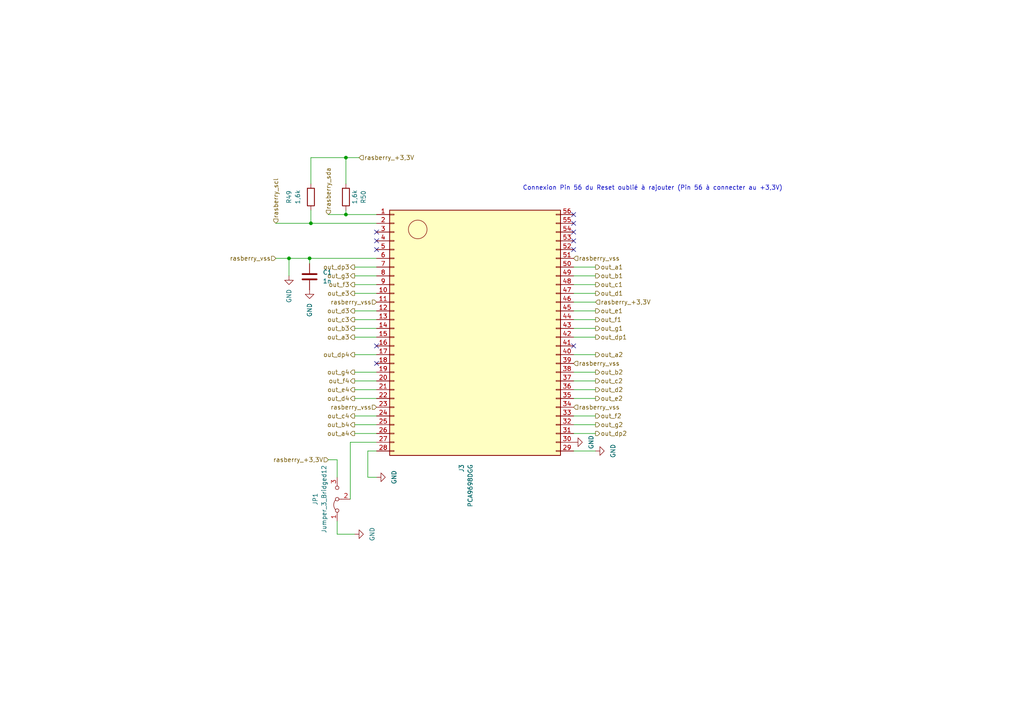
<source format=kicad_sch>
(kicad_sch (version 20230121) (generator eeschema)

  (uuid 06e50d36-3774-445a-871d-4729a595fbe2)

  (paper "A4")

  (lib_symbols
    (symbol "Connector_Generic_MountingPin:Conn_02x28_Row_Letter_First_MountingPin" (pin_names (offset 1.016) hide) (in_bom yes) (on_board yes)
      (property "Reference" "J3" (at 19.558 -39.37 90)
        (effects (font (size 1.27 1.27)) (justify right))
      )
      (property "Value" "PCA9698DGG" (at 22.098 -39.37 90)
        (effects (font (size 1.27 1.27)) (justify right))
      )
      (property "Footprint" "Package_SO:TSSOP-56_8x14mm_P0.5mm" (at 21.844 -0.254 0)
        (effects (font (size 1.27 1.27)) hide)
      )
      (property "Datasheet" "~" (at 0 0 0)
        (effects (font (size 1.27 1.27)) hide)
      )
      (property "ki_keywords" "connector" (at 0 0 0)
        (effects (font (size 1.27 1.27)) hide)
      )
      (property "ki_description" "Generic connectable mounting pin connector, double row, 02x28, row letter first pin numbering scheme (pin number consists of a letter for the row and a number for the pin index in this row. a1, ..., aN; b1, ..., bN), script generated (kicad-library-utils/schlib/autogen/connector/)" (at 0 0 0)
        (effects (font (size 1.27 1.27)) hide)
      )
      (property "ki_fp_filters" "Connector*:*_2x??-1MP*" (at 0 0 0)
        (effects (font (size 1.27 1.27)) hide)
      )
      (symbol "Conn_02x28_Row_Letter_First_MountingPin_1_1"
        (rectangle (start -1.27 -35.433) (end 0 -35.687)
          (stroke (width 0.1524) (type default))
          (fill (type none))
        )
        (rectangle (start -1.27 -32.893) (end 0 -33.147)
          (stroke (width 0.1524) (type default))
          (fill (type none))
        )
        (rectangle (start -1.27 -30.353) (end 0 -30.607)
          (stroke (width 0.1524) (type default))
          (fill (type none))
        )
        (rectangle (start -1.27 -27.813) (end 0 -28.067)
          (stroke (width 0.1524) (type default))
          (fill (type none))
        )
        (rectangle (start -1.27 -25.273) (end 0 -25.527)
          (stroke (width 0.1524) (type default))
          (fill (type none))
        )
        (rectangle (start -1.27 -22.733) (end 0 -22.987)
          (stroke (width 0.1524) (type default))
          (fill (type none))
        )
        (rectangle (start -1.27 -20.193) (end 0 -20.447)
          (stroke (width 0.1524) (type default))
          (fill (type none))
        )
        (rectangle (start -1.27 -17.653) (end 0 -17.907)
          (stroke (width 0.1524) (type default))
          (fill (type none))
        )
        (rectangle (start -1.27 -15.113) (end 0 -15.367)
          (stroke (width 0.1524) (type default))
          (fill (type none))
        )
        (rectangle (start -1.27 -12.573) (end 0 -12.827)
          (stroke (width 0.1524) (type default))
          (fill (type none))
        )
        (rectangle (start -1.27 -10.033) (end 0 -10.287)
          (stroke (width 0.1524) (type default))
          (fill (type none))
        )
        (rectangle (start -1.27 -7.493) (end 0 -7.747)
          (stroke (width 0.1524) (type default))
          (fill (type none))
        )
        (rectangle (start -1.27 -4.953) (end 0 -5.207)
          (stroke (width 0.1524) (type default))
          (fill (type none))
        )
        (rectangle (start -1.27 -2.413) (end 0 -2.667)
          (stroke (width 0.1524) (type default))
          (fill (type none))
        )
        (rectangle (start -1.27 0.127) (end 0 -0.127)
          (stroke (width 0.1524) (type default))
          (fill (type none))
        )
        (rectangle (start -1.27 2.667) (end 0 2.413)
          (stroke (width 0.1524) (type default))
          (fill (type none))
        )
        (rectangle (start -1.27 5.207) (end 0 4.953)
          (stroke (width 0.1524) (type default))
          (fill (type none))
        )
        (rectangle (start -1.27 7.747) (end 0 7.493)
          (stroke (width 0.1524) (type default))
          (fill (type none))
        )
        (rectangle (start -1.27 10.287) (end 0 10.033)
          (stroke (width 0.1524) (type default))
          (fill (type none))
        )
        (rectangle (start -1.27 12.827) (end 0 12.573)
          (stroke (width 0.1524) (type default))
          (fill (type none))
        )
        (rectangle (start -1.27 15.367) (end 0 15.113)
          (stroke (width 0.1524) (type default))
          (fill (type none))
        )
        (rectangle (start -1.27 17.907) (end 0 17.653)
          (stroke (width 0.1524) (type default))
          (fill (type none))
        )
        (rectangle (start -1.27 20.447) (end 0 20.193)
          (stroke (width 0.1524) (type default))
          (fill (type none))
        )
        (rectangle (start -1.27 22.987) (end 0 22.733)
          (stroke (width 0.1524) (type default))
          (fill (type none))
        )
        (rectangle (start -1.27 25.527) (end 0 25.273)
          (stroke (width 0.1524) (type default))
          (fill (type none))
        )
        (rectangle (start -1.27 28.067) (end 0 27.813)
          (stroke (width 0.1524) (type default))
          (fill (type none))
        )
        (rectangle (start -1.27 30.607) (end 0 30.353)
          (stroke (width 0.1524) (type default))
          (fill (type none))
        )
        (rectangle (start -1.27 33.147) (end 0 32.893)
          (stroke (width 0.1524) (type default))
          (fill (type none))
        )
        (rectangle (start -1.27 34.29) (end 48.26 -36.83)
          (stroke (width 0.254) (type default))
          (fill (type background))
        )
        (circle (center 6.858 28.702) (radius 2.7001)
          (stroke (width 0) (type default))
          (fill (type none))
        )
        (rectangle (start 48.26 -35.433) (end 46.99 -35.687)
          (stroke (width 0.1524) (type default))
          (fill (type none))
        )
        (rectangle (start 48.26 -32.893) (end 46.99 -33.147)
          (stroke (width 0.1524) (type default))
          (fill (type none))
        )
        (rectangle (start 48.26 -30.353) (end 46.99 -30.607)
          (stroke (width 0.1524) (type default))
          (fill (type none))
        )
        (rectangle (start 48.26 -27.813) (end 46.99 -28.067)
          (stroke (width 0.1524) (type default))
          (fill (type none))
        )
        (rectangle (start 48.26 -25.273) (end 46.99 -25.527)
          (stroke (width 0.1524) (type default))
          (fill (type none))
        )
        (rectangle (start 48.26 -22.733) (end 46.99 -22.987)
          (stroke (width 0.1524) (type default))
          (fill (type none))
        )
        (rectangle (start 48.26 -20.193) (end 46.99 -20.447)
          (stroke (width 0.1524) (type default))
          (fill (type none))
        )
        (rectangle (start 48.26 -17.653) (end 46.99 -17.907)
          (stroke (width 0.1524) (type default))
          (fill (type none))
        )
        (rectangle (start 48.26 -15.113) (end 46.99 -15.367)
          (stroke (width 0.1524) (type default))
          (fill (type none))
        )
        (rectangle (start 48.26 -12.573) (end 46.99 -12.827)
          (stroke (width 0.1524) (type default))
          (fill (type none))
        )
        (rectangle (start 48.26 -10.033) (end 46.99 -10.287)
          (stroke (width 0.1524) (type default))
          (fill (type none))
        )
        (rectangle (start 48.26 -7.493) (end 46.99 -7.747)
          (stroke (width 0.1524) (type default))
          (fill (type none))
        )
        (rectangle (start 48.26 -4.953) (end 46.99 -5.207)
          (stroke (width 0.1524) (type default))
          (fill (type none))
        )
        (rectangle (start 48.26 -2.413) (end 46.99 -2.667)
          (stroke (width 0.1524) (type default))
          (fill (type none))
        )
        (rectangle (start 48.26 0.127) (end 46.99 -0.127)
          (stroke (width 0.1524) (type default))
          (fill (type none))
        )
        (rectangle (start 48.26 2.667) (end 46.99 2.413)
          (stroke (width 0.1524) (type default))
          (fill (type none))
        )
        (rectangle (start 48.26 5.207) (end 46.99 4.953)
          (stroke (width 0.1524) (type default))
          (fill (type none))
        )
        (rectangle (start 48.26 7.747) (end 46.99 7.493)
          (stroke (width 0.1524) (type default))
          (fill (type none))
        )
        (rectangle (start 48.26 10.287) (end 46.99 10.033)
          (stroke (width 0.1524) (type default))
          (fill (type none))
        )
        (rectangle (start 48.26 12.827) (end 46.99 12.573)
          (stroke (width 0.1524) (type default))
          (fill (type none))
        )
        (rectangle (start 48.26 15.367) (end 46.99 15.113)
          (stroke (width 0.1524) (type default))
          (fill (type none))
        )
        (rectangle (start 48.26 17.907) (end 46.99 17.653)
          (stroke (width 0.1524) (type default))
          (fill (type none))
        )
        (rectangle (start 48.26 20.447) (end 46.99 20.193)
          (stroke (width 0.1524) (type default))
          (fill (type none))
        )
        (rectangle (start 48.26 22.987) (end 46.99 22.733)
          (stroke (width 0.1524) (type default))
          (fill (type none))
        )
        (rectangle (start 48.26 25.527) (end 46.99 25.273)
          (stroke (width 0.1524) (type default))
          (fill (type none))
        )
        (rectangle (start 48.26 28.067) (end 46.99 27.813)
          (stroke (width 0.1524) (type default))
          (fill (type none))
        )
        (rectangle (start 48.26 30.607) (end 46.99 30.353)
          (stroke (width 0.1524) (type default))
          (fill (type none))
        )
        (rectangle (start 48.26 33.147) (end 46.99 32.893)
          (stroke (width 0.1524) (type default))
          (fill (type none))
        )
        (pin passive line (at -5.08 33.02 0) (length 3.81)
          (name "Pin_a1" (effects (font (size 1.27 1.27))))
          (number "1" (effects (font (size 1.27 1.27))))
        )
        (pin passive line (at -5.08 10.16 0) (length 3.81)
          (name "Pin_a10" (effects (font (size 1.27 1.27))))
          (number "10" (effects (font (size 1.27 1.27))))
        )
        (pin passive line (at -5.08 7.62 0) (length 3.81)
          (name "Pin_a11" (effects (font (size 1.27 1.27))))
          (number "11" (effects (font (size 1.27 1.27))))
        )
        (pin passive line (at -5.08 5.08 0) (length 3.81)
          (name "Pin_a12" (effects (font (size 1.27 1.27))))
          (number "12" (effects (font (size 1.27 1.27))))
        )
        (pin passive line (at -5.08 2.54 0) (length 3.81)
          (name "Pin_a13" (effects (font (size 1.27 1.27))))
          (number "13" (effects (font (size 1.27 1.27))))
        )
        (pin passive line (at -5.08 0 0) (length 3.81)
          (name "Pin_a14" (effects (font (size 1.27 1.27))))
          (number "14" (effects (font (size 1.27 1.27))))
        )
        (pin passive line (at -5.08 -2.54 0) (length 3.81)
          (name "Pin_a15" (effects (font (size 1.27 1.27))))
          (number "15" (effects (font (size 1.27 1.27))))
        )
        (pin passive line (at -5.08 -5.08 0) (length 3.81)
          (name "Pin_a16" (effects (font (size 1.27 1.27))))
          (number "16" (effects (font (size 1.27 1.27))))
        )
        (pin passive line (at -5.08 -7.62 0) (length 3.81)
          (name "Pin_a17" (effects (font (size 1.27 1.27))))
          (number "17" (effects (font (size 1.27 1.27))))
        )
        (pin passive line (at -5.08 -10.16 0) (length 3.81)
          (name "Pin_a18" (effects (font (size 1.27 1.27))))
          (number "18" (effects (font (size 1.27 1.27))))
        )
        (pin passive line (at -5.08 -12.7 0) (length 3.81)
          (name "Pin_a19" (effects (font (size 1.27 1.27))))
          (number "19" (effects (font (size 1.27 1.27))))
        )
        (pin passive line (at -5.08 30.48 0) (length 3.81)
          (name "Pin_a2" (effects (font (size 1.27 1.27))))
          (number "2" (effects (font (size 1.27 1.27))))
        )
        (pin passive line (at -5.08 -15.24 0) (length 3.81)
          (name "Pin_a20" (effects (font (size 1.27 1.27))))
          (number "20" (effects (font (size 1.27 1.27))))
        )
        (pin passive line (at -5.08 -17.78 0) (length 3.81)
          (name "Pin_a21" (effects (font (size 1.27 1.27))))
          (number "21" (effects (font (size 1.27 1.27))))
        )
        (pin passive line (at -5.08 -20.32 0) (length 3.81)
          (name "Pin_a22" (effects (font (size 1.27 1.27))))
          (number "22" (effects (font (size 1.27 1.27))))
        )
        (pin passive line (at -5.08 -22.86 0) (length 3.81)
          (name "Pin_a23" (effects (font (size 1.27 1.27))))
          (number "23" (effects (font (size 1.27 1.27))))
        )
        (pin passive line (at -5.08 -25.4 0) (length 3.81)
          (name "Pin_a24" (effects (font (size 1.27 1.27))))
          (number "24" (effects (font (size 1.27 1.27))))
        )
        (pin passive line (at -5.08 -27.94 0) (length 3.81)
          (name "Pin_a25" (effects (font (size 1.27 1.27))))
          (number "25" (effects (font (size 1.27 1.27))))
        )
        (pin passive line (at -5.08 -30.48 0) (length 3.81)
          (name "Pin_a26" (effects (font (size 1.27 1.27))))
          (number "26" (effects (font (size 1.27 1.27))))
        )
        (pin passive line (at -5.08 -33.02 0) (length 3.81)
          (name "Pin_a27" (effects (font (size 1.27 1.27))))
          (number "27" (effects (font (size 1.27 1.27))))
        )
        (pin passive line (at -5.08 -35.56 0) (length 3.81)
          (name "Pin_a28" (effects (font (size 1.27 1.27))))
          (number "28" (effects (font (size 1.27 1.27))))
        )
        (pin passive line (at 52.07 -35.56 180) (length 3.81)
          (name "Pin_b28" (effects (font (size 1.27 1.27))))
          (number "29" (effects (font (size 1.27 1.27))))
        )
        (pin passive line (at -5.08 27.94 0) (length 3.81)
          (name "Pin_a3" (effects (font (size 1.27 1.27))))
          (number "3" (effects (font (size 1.27 1.27))))
        )
        (pin passive line (at 52.07 -33.02 180) (length 3.81)
          (name "Pin_b27" (effects (font (size 1.27 1.27))))
          (number "30" (effects (font (size 1.27 1.27))))
        )
        (pin passive line (at 52.07 -30.48 180) (length 3.81)
          (name "Pin_b26" (effects (font (size 1.27 1.27))))
          (number "31" (effects (font (size 1.27 1.27))))
        )
        (pin passive line (at 52.07 -27.94 180) (length 3.81)
          (name "Pin_b25" (effects (font (size 1.27 1.27))))
          (number "32" (effects (font (size 1.27 1.27))))
        )
        (pin passive line (at 52.07 -25.4 180) (length 3.81)
          (name "Pin_b24" (effects (font (size 1.27 1.27))))
          (number "33" (effects (font (size 1.27 1.27))))
        )
        (pin passive line (at 52.07 -22.86 180) (length 3.81)
          (name "Pin_b23" (effects (font (size 1.27 1.27))))
          (number "34" (effects (font (size 1.27 1.27))))
        )
        (pin passive line (at 52.07 -20.32 180) (length 3.81)
          (name "Pin_b22" (effects (font (size 1.27 1.27))))
          (number "35" (effects (font (size 1.27 1.27))))
        )
        (pin passive line (at 52.07 -17.78 180) (length 3.81)
          (name "Pin_b21" (effects (font (size 1.27 1.27))))
          (number "36" (effects (font (size 1.27 1.27))))
        )
        (pin passive line (at 52.07 -15.24 180) (length 3.81)
          (name "Pin_b20" (effects (font (size 1.27 1.27))))
          (number "37" (effects (font (size 1.27 1.27))))
        )
        (pin passive line (at 52.07 -12.7 180) (length 3.81)
          (name "Pin_b19" (effects (font (size 1.27 1.27))))
          (number "38" (effects (font (size 1.27 1.27))))
        )
        (pin passive line (at 52.07 -10.16 180) (length 3.81)
          (name "Pin_b18" (effects (font (size 1.27 1.27))))
          (number "39" (effects (font (size 1.27 1.27))))
        )
        (pin passive line (at -5.08 25.4 0) (length 3.81)
          (name "Pin_a4" (effects (font (size 1.27 1.27))))
          (number "4" (effects (font (size 1.27 1.27))))
        )
        (pin passive line (at 52.07 -7.62 180) (length 3.81)
          (name "Pin_b17" (effects (font (size 1.27 1.27))))
          (number "40" (effects (font (size 1.27 1.27))))
        )
        (pin passive line (at 52.07 -5.08 180) (length 3.81)
          (name "Pin_b16" (effects (font (size 1.27 1.27))))
          (number "41" (effects (font (size 1.27 1.27))))
        )
        (pin passive line (at 52.07 -2.54 180) (length 3.81)
          (name "Pin_b15" (effects (font (size 1.27 1.27))))
          (number "42" (effects (font (size 1.27 1.27))))
        )
        (pin passive line (at 52.07 0 180) (length 3.81)
          (name "Pin_b14" (effects (font (size 1.27 1.27))))
          (number "43" (effects (font (size 1.27 1.27))))
        )
        (pin passive line (at 52.07 2.54 180) (length 3.81)
          (name "Pin_b13" (effects (font (size 1.27 1.27))))
          (number "44" (effects (font (size 1.27 1.27))))
        )
        (pin passive line (at 52.07 5.08 180) (length 3.81)
          (name "Pin_b12" (effects (font (size 1.27 1.27))))
          (number "45" (effects (font (size 1.27 1.27))))
        )
        (pin passive line (at 52.07 7.62 180) (length 3.81)
          (name "Pin_b11" (effects (font (size 1.27 1.27))))
          (number "46" (effects (font (size 1.27 1.27))))
        )
        (pin passive line (at 52.07 10.16 180) (length 3.81)
          (name "Pin_b10" (effects (font (size 1.27 1.27))))
          (number "47" (effects (font (size 1.27 1.27))))
        )
        (pin passive line (at 52.07 12.7 180) (length 3.81)
          (name "Pin_b9" (effects (font (size 1.27 1.27))))
          (number "48" (effects (font (size 1.27 1.27))))
        )
        (pin passive line (at 52.07 15.24 180) (length 3.81)
          (name "Pin_b8" (effects (font (size 1.27 1.27))))
          (number "49" (effects (font (size 1.27 1.27))))
        )
        (pin passive line (at -5.08 22.86 0) (length 3.81)
          (name "Pin_a5" (effects (font (size 1.27 1.27))))
          (number "5" (effects (font (size 1.27 1.27))))
        )
        (pin passive line (at 52.07 17.78 180) (length 3.81)
          (name "Pin_b7" (effects (font (size 1.27 1.27))))
          (number "50" (effects (font (size 1.27 1.27))))
        )
        (pin passive line (at 52.07 20.32 180) (length 3.81)
          (name "Pin_b6" (effects (font (size 1.27 1.27))))
          (number "51" (effects (font (size 1.27 1.27))))
        )
        (pin passive line (at 52.07 22.86 180) (length 3.81)
          (name "Pin_b5" (effects (font (size 1.27 1.27))))
          (number "52" (effects (font (size 1.27 1.27))))
        )
        (pin passive line (at 52.07 25.4 180) (length 3.81)
          (name "Pin_b4" (effects (font (size 1.27 1.27))))
          (number "53" (effects (font (size 1.27 1.27))))
        )
        (pin passive line (at 52.07 27.94 180) (length 3.81)
          (name "Pin_b3" (effects (font (size 1.27 1.27))))
          (number "54" (effects (font (size 1.27 1.27))))
        )
        (pin passive line (at 52.07 30.48 180) (length 3.81)
          (name "Pin_b2" (effects (font (size 1.27 1.27))))
          (number "55" (effects (font (size 1.27 1.27))))
        )
        (pin passive line (at 52.07 33.02 180) (length 3.81)
          (name "Pin_b1" (effects (font (size 1.27 1.27))))
          (number "56" (effects (font (size 1.27 1.27))))
        )
        (pin passive line (at -5.08 20.32 0) (length 3.81)
          (name "Pin_a6" (effects (font (size 1.27 1.27))))
          (number "6" (effects (font (size 1.27 1.27))))
        )
        (pin passive line (at -5.08 17.78 0) (length 3.81)
          (name "Pin_a7" (effects (font (size 1.27 1.27))))
          (number "7" (effects (font (size 1.27 1.27))))
        )
        (pin passive line (at -5.08 15.24 0) (length 3.81)
          (name "Pin_a8" (effects (font (size 1.27 1.27))))
          (number "8" (effects (font (size 1.27 1.27))))
        )
        (pin passive line (at -5.08 12.7 0) (length 3.81)
          (name "Pin_a9" (effects (font (size 1.27 1.27))))
          (number "9" (effects (font (size 1.27 1.27))))
        )
      )
    )
    (symbol "Device:C" (pin_numbers hide) (pin_names (offset 0.254)) (in_bom yes) (on_board yes)
      (property "Reference" "C" (at 0.635 2.54 0)
        (effects (font (size 1.27 1.27)) (justify left))
      )
      (property "Value" "C" (at 0.635 -2.54 0)
        (effects (font (size 1.27 1.27)) (justify left))
      )
      (property "Footprint" "" (at 0.9652 -3.81 0)
        (effects (font (size 1.27 1.27)) hide)
      )
      (property "Datasheet" "~" (at 0 0 0)
        (effects (font (size 1.27 1.27)) hide)
      )
      (property "ki_keywords" "cap capacitor" (at 0 0 0)
        (effects (font (size 1.27 1.27)) hide)
      )
      (property "ki_description" "Unpolarized capacitor" (at 0 0 0)
        (effects (font (size 1.27 1.27)) hide)
      )
      (property "ki_fp_filters" "C_*" (at 0 0 0)
        (effects (font (size 1.27 1.27)) hide)
      )
      (symbol "C_0_1"
        (polyline
          (pts
            (xy -2.032 -0.762)
            (xy 2.032 -0.762)
          )
          (stroke (width 0.508) (type default))
          (fill (type none))
        )
        (polyline
          (pts
            (xy -2.032 0.762)
            (xy 2.032 0.762)
          )
          (stroke (width 0.508) (type default))
          (fill (type none))
        )
      )
      (symbol "C_1_1"
        (pin passive line (at 0 3.81 270) (length 2.794)
          (name "~" (effects (font (size 1.27 1.27))))
          (number "1" (effects (font (size 1.27 1.27))))
        )
        (pin passive line (at 0 -3.81 90) (length 2.794)
          (name "~" (effects (font (size 1.27 1.27))))
          (number "2" (effects (font (size 1.27 1.27))))
        )
      )
    )
    (symbol "Device:R" (pin_numbers hide) (pin_names (offset 0)) (in_bom yes) (on_board yes)
      (property "Reference" "R" (at 2.032 0 90)
        (effects (font (size 1.27 1.27)))
      )
      (property "Value" "R" (at 0 0 90)
        (effects (font (size 1.27 1.27)))
      )
      (property "Footprint" "" (at -1.778 0 90)
        (effects (font (size 1.27 1.27)) hide)
      )
      (property "Datasheet" "~" (at 0 0 0)
        (effects (font (size 1.27 1.27)) hide)
      )
      (property "ki_keywords" "R res resistor" (at 0 0 0)
        (effects (font (size 1.27 1.27)) hide)
      )
      (property "ki_description" "Resistor" (at 0 0 0)
        (effects (font (size 1.27 1.27)) hide)
      )
      (property "ki_fp_filters" "R_*" (at 0 0 0)
        (effects (font (size 1.27 1.27)) hide)
      )
      (symbol "R_0_1"
        (rectangle (start -1.016 -2.54) (end 1.016 2.54)
          (stroke (width 0.254) (type default))
          (fill (type none))
        )
      )
      (symbol "R_1_1"
        (pin passive line (at 0 3.81 270) (length 1.27)
          (name "~" (effects (font (size 1.27 1.27))))
          (number "1" (effects (font (size 1.27 1.27))))
        )
        (pin passive line (at 0 -3.81 90) (length 1.27)
          (name "~" (effects (font (size 1.27 1.27))))
          (number "2" (effects (font (size 1.27 1.27))))
        )
      )
    )
    (symbol "Jumper:Jumper_3_Bridged12" (pin_names (offset 0) hide) (in_bom yes) (on_board yes)
      (property "Reference" "JP" (at -2.54 -2.54 0)
        (effects (font (size 1.27 1.27)))
      )
      (property "Value" "Jumper_3_Bridged12" (at 0 2.794 0)
        (effects (font (size 1.27 1.27)))
      )
      (property "Footprint" "" (at 0 0 0)
        (effects (font (size 1.27 1.27)) hide)
      )
      (property "Datasheet" "~" (at 0 0 0)
        (effects (font (size 1.27 1.27)) hide)
      )
      (property "ki_keywords" "Jumper SPDT" (at 0 0 0)
        (effects (font (size 1.27 1.27)) hide)
      )
      (property "ki_description" "Jumper, 3-pole, pins 1+2 closed/bridged" (at 0 0 0)
        (effects (font (size 1.27 1.27)) hide)
      )
      (property "ki_fp_filters" "Jumper* TestPoint*3Pads* TestPoint*Bridge*" (at 0 0 0)
        (effects (font (size 1.27 1.27)) hide)
      )
      (symbol "Jumper_3_Bridged12_0_0"
        (circle (center -3.302 0) (radius 0.508)
          (stroke (width 0) (type default))
          (fill (type none))
        )
        (circle (center 0 0) (radius 0.508)
          (stroke (width 0) (type default))
          (fill (type none))
        )
        (circle (center 3.302 0) (radius 0.508)
          (stroke (width 0) (type default))
          (fill (type none))
        )
      )
      (symbol "Jumper_3_Bridged12_0_1"
        (arc (start -0.254 0.508) (mid -1.651 0.9912) (end -3.048 0.508)
          (stroke (width 0) (type default))
          (fill (type none))
        )
        (polyline
          (pts
            (xy 0 -1.27)
            (xy 0 -0.508)
          )
          (stroke (width 0) (type default))
          (fill (type none))
        )
      )
      (symbol "Jumper_3_Bridged12_1_1"
        (pin passive line (at -6.35 0 0) (length 2.54)
          (name "A" (effects (font (size 1.27 1.27))))
          (number "1" (effects (font (size 1.27 1.27))))
        )
        (pin passive line (at 0 -3.81 90) (length 2.54)
          (name "C" (effects (font (size 1.27 1.27))))
          (number "2" (effects (font (size 1.27 1.27))))
        )
        (pin passive line (at 6.35 0 180) (length 2.54)
          (name "B" (effects (font (size 1.27 1.27))))
          (number "3" (effects (font (size 1.27 1.27))))
        )
      )
    )
    (symbol "power:GND" (power) (pin_names (offset 0)) (in_bom yes) (on_board yes)
      (property "Reference" "#PWR" (at 0 -6.35 0)
        (effects (font (size 1.27 1.27)) hide)
      )
      (property "Value" "GND" (at 0 -3.81 0)
        (effects (font (size 1.27 1.27)))
      )
      (property "Footprint" "" (at 0 0 0)
        (effects (font (size 1.27 1.27)) hide)
      )
      (property "Datasheet" "" (at 0 0 0)
        (effects (font (size 1.27 1.27)) hide)
      )
      (property "ki_keywords" "global power" (at 0 0 0)
        (effects (font (size 1.27 1.27)) hide)
      )
      (property "ki_description" "Power symbol creates a global label with name \"GND\" , ground" (at 0 0 0)
        (effects (font (size 1.27 1.27)) hide)
      )
      (symbol "GND_0_1"
        (polyline
          (pts
            (xy 0 0)
            (xy 0 -1.27)
            (xy 1.27 -1.27)
            (xy 0 -2.54)
            (xy -1.27 -1.27)
            (xy 0 -1.27)
          )
          (stroke (width 0) (type default))
          (fill (type none))
        )
      )
      (symbol "GND_1_1"
        (pin power_in line (at 0 0 270) (length 0) hide
          (name "GND" (effects (font (size 1.27 1.27))))
          (number "1" (effects (font (size 1.27 1.27))))
        )
      )
    )
  )

  (junction (at 90.17 64.77) (diameter 0) (color 0 0 0 0)
    (uuid 3f5ae063-cf59-4ea2-a7d7-88b26c6e5ac3)
  )
  (junction (at 100.33 62.23) (diameter 0) (color 0 0 0 0)
    (uuid 4eb18eed-6586-49a8-848e-7bb318606564)
  )
  (junction (at 83.82 74.93) (diameter 0) (color 0 0 0 0)
    (uuid a3876316-a059-44cb-825d-0f1a0f2c5471)
  )
  (junction (at 89.789 74.93) (diameter 0) (color 0 0 0 0)
    (uuid b2e49a19-4e83-48a0-84e6-c99299c72583)
  )
  (junction (at 100.33 45.72) (diameter 0) (color 0 0 0 0)
    (uuid bea4bd2a-0761-4ce2-b64c-a5537c648f4a)
  )

  (no_connect (at 166.37 62.23) (uuid 2ce35d36-bef2-4055-a4c6-ec41ad9d477e))
  (no_connect (at 166.37 72.39) (uuid 3c90aae5-ee5a-4a15-bf11-ef44b1b41847))
  (no_connect (at 109.22 105.41) (uuid 3d436137-bbc7-4734-9c40-9c300ed3f1db))
  (no_connect (at 109.22 100.33) (uuid 85bb3907-4631-4ba7-a86d-e144e27edace))
  (no_connect (at 166.37 64.77) (uuid 976a1e11-e656-4627-89d8-f976ab1d39b0))
  (no_connect (at 166.37 69.85) (uuid a026e6a8-7731-47a2-9777-5e5c69edc7e6))
  (no_connect (at 109.22 67.31) (uuid a3f6146a-64ef-41e4-b097-160db91e8746))
  (no_connect (at 166.37 100.33) (uuid bf4c38ab-b556-443f-88e1-4aa37329d6b1))
  (no_connect (at 109.22 72.39) (uuid c73dc3ca-ace8-4c9a-83d4-361ecd223bc7))
  (no_connect (at 166.37 67.31) (uuid e40ed577-e20f-44b8-b0a2-be187171542b))
  (no_connect (at 109.22 69.85) (uuid e8247a83-55cb-4fed-ba29-cb111e9c0ed5))

  (wire (pts (xy 109.22 130.81) (xy 106.68 130.81))
    (stroke (width 0) (type default))
    (uuid 016ddd6e-ca67-46bb-b724-5e3d5cc37bbe)
  )
  (wire (pts (xy 166.37 107.95) (xy 172.72 107.95))
    (stroke (width 0) (type default))
    (uuid 02db7f73-602e-4944-9dc9-182e5ae033f0)
  )
  (wire (pts (xy 109.22 120.65) (xy 102.87 120.65))
    (stroke (width 0) (type default))
    (uuid 04b01e23-adfb-4235-bf18-6cee4d42686e)
  )
  (wire (pts (xy 109.22 107.95) (xy 102.87 107.95))
    (stroke (width 0) (type default))
    (uuid 094016f9-0bed-41fb-9dde-858625037f08)
  )
  (wire (pts (xy 97.79 154.94) (xy 102.87 154.94))
    (stroke (width 0) (type default))
    (uuid 0cccb878-9b5b-4d20-af6b-5f9dc5a9c103)
  )
  (wire (pts (xy 97.79 151.13) (xy 97.79 154.94))
    (stroke (width 0) (type default))
    (uuid 0ef2f827-4f7c-4a0e-a931-07b16b6e90ad)
  )
  (wire (pts (xy 166.37 115.57) (xy 172.72 115.57))
    (stroke (width 0) (type default))
    (uuid 1ddadf34-7cc0-4b4e-a376-190e9c39717e)
  )
  (wire (pts (xy 80.01 74.93) (xy 83.82 74.93))
    (stroke (width 0) (type default))
    (uuid 20170c54-038a-46fd-93e9-86624a8494e2)
  )
  (wire (pts (xy 109.22 125.73) (xy 102.87 125.73))
    (stroke (width 0) (type default))
    (uuid 21183746-315e-4767-a00d-0700ef001c6f)
  )
  (wire (pts (xy 166.37 97.79) (xy 172.72 97.79))
    (stroke (width 0) (type default))
    (uuid 2529087c-eda5-4996-89f5-cb38ff52da48)
  )
  (wire (pts (xy 97.79 133.35) (xy 95.25 133.35))
    (stroke (width 0) (type default))
    (uuid 28f11eb8-4bcb-4f6e-aff8-0b577d2147a2)
  )
  (wire (pts (xy 101.6 128.27) (xy 101.6 144.78))
    (stroke (width 0) (type default))
    (uuid 2c47970f-5640-44ed-bf62-2a3215c4a3af)
  )
  (wire (pts (xy 166.37 87.63) (xy 172.72 87.63))
    (stroke (width 0) (type default))
    (uuid 2d698db5-3bc4-4c2f-8c43-df80caaffbf9)
  )
  (wire (pts (xy 109.22 102.87) (xy 102.87 102.87))
    (stroke (width 0) (type default))
    (uuid 349ce621-62b4-42fd-9f57-9f473b55798a)
  )
  (wire (pts (xy 106.68 130.81) (xy 106.68 138.43))
    (stroke (width 0) (type default))
    (uuid 3683d9c4-d950-4f76-89c4-8e3462be1d77)
  )
  (wire (pts (xy 166.37 85.09) (xy 172.72 85.09))
    (stroke (width 0) (type default))
    (uuid 37b307f5-5578-441d-9c6c-3f01fe998abf)
  )
  (wire (pts (xy 109.22 92.71) (xy 102.87 92.71))
    (stroke (width 0) (type default))
    (uuid 39a731db-14e6-4123-b89a-682e1111ce8e)
  )
  (wire (pts (xy 109.22 128.27) (xy 101.6 128.27))
    (stroke (width 0) (type default))
    (uuid 3b6e71d3-8c08-4d64-86bb-b267cd783048)
  )
  (wire (pts (xy 166.37 130.81) (xy 172.72 130.81))
    (stroke (width 0) (type default))
    (uuid 40c1cc21-214e-4e44-81cb-915b7f3da585)
  )
  (wire (pts (xy 90.17 64.77) (xy 109.22 64.77))
    (stroke (width 0) (type default))
    (uuid 41a3b6df-4b2a-4776-9494-b47431a6d8bf)
  )
  (wire (pts (xy 166.37 120.65) (xy 172.72 120.65))
    (stroke (width 0) (type default))
    (uuid 4baac5cd-26de-47ba-a98d-38ea89076453)
  )
  (wire (pts (xy 166.37 113.03) (xy 172.72 113.03))
    (stroke (width 0) (type default))
    (uuid 4d40e8bf-c5c1-46cc-a650-5b0e8d47dbc6)
  )
  (wire (pts (xy 166.37 90.17) (xy 172.72 90.17))
    (stroke (width 0) (type default))
    (uuid 4e2782df-db81-4f37-b3ff-7e082c78d9c3)
  )
  (wire (pts (xy 109.22 85.09) (xy 102.87 85.09))
    (stroke (width 0) (type default))
    (uuid 5a6c1a0b-4301-4b18-9d38-81ac23660277)
  )
  (wire (pts (xy 109.22 80.01) (xy 102.87 80.01))
    (stroke (width 0) (type default))
    (uuid 5b01a3ed-4bc7-42b9-a000-65de5455a788)
  )
  (wire (pts (xy 109.22 95.25) (xy 102.87 95.25))
    (stroke (width 0) (type default))
    (uuid 5e4d74b0-084e-4345-b627-fcb96863913d)
  )
  (wire (pts (xy 83.82 80.01) (xy 83.82 74.93))
    (stroke (width 0) (type default))
    (uuid 66597c09-d1ef-404f-8f60-e99ddf998cb8)
  )
  (wire (pts (xy 109.22 97.79) (xy 102.87 97.79))
    (stroke (width 0) (type default))
    (uuid 7134a59c-f1d9-476d-8ec0-862906f6cbed)
  )
  (wire (pts (xy 166.37 92.71) (xy 172.72 92.71))
    (stroke (width 0) (type default))
    (uuid 71f59886-7f1b-4abc-bab8-c8f0f22cc5ef)
  )
  (wire (pts (xy 109.22 110.49) (xy 102.87 110.49))
    (stroke (width 0) (type default))
    (uuid 7670ff10-e10c-41d1-9dd9-5d49ddfa38aa)
  )
  (wire (pts (xy 100.33 62.23) (xy 100.33 60.96))
    (stroke (width 0) (type default))
    (uuid 8068960f-eaf7-4907-b19b-c860c4c8ddfd)
  )
  (wire (pts (xy 83.82 74.93) (xy 89.789 74.93))
    (stroke (width 0) (type default))
    (uuid 82dd84e3-bbca-479e-824c-4b1db80815e3)
  )
  (wire (pts (xy 166.37 102.87) (xy 172.72 102.87))
    (stroke (width 0) (type default))
    (uuid 8523cd2b-3f59-4daa-a3ef-9d235108fe73)
  )
  (wire (pts (xy 90.17 45.72) (xy 100.33 45.72))
    (stroke (width 0) (type default))
    (uuid 8c3233b7-f693-4d68-a388-13c72ebe686b)
  )
  (wire (pts (xy 100.33 53.34) (xy 100.33 45.72))
    (stroke (width 0) (type default))
    (uuid 8de6ea2b-55f0-442e-be35-6dfa4627571d)
  )
  (wire (pts (xy 166.37 77.47) (xy 172.72 77.47))
    (stroke (width 0) (type default))
    (uuid 90257a2a-7b72-40cc-acf2-3efc9c527e0c)
  )
  (wire (pts (xy 166.37 110.49) (xy 172.72 110.49))
    (stroke (width 0) (type default))
    (uuid 9cd6181a-1cc7-4117-a797-490dfb926da2)
  )
  (wire (pts (xy 90.17 64.77) (xy 90.17 60.96))
    (stroke (width 0) (type default))
    (uuid 9fcad3cc-4eba-4374-939e-303c12c27740)
  )
  (wire (pts (xy 109.22 77.47) (xy 102.87 77.47))
    (stroke (width 0) (type default))
    (uuid a7a543f0-137d-49a4-b3d0-1dfaaf28a645)
  )
  (wire (pts (xy 89.789 74.93) (xy 89.789 76.454))
    (stroke (width 0) (type default))
    (uuid b5b66c7e-7eee-449f-a501-f10c76654ea2)
  )
  (wire (pts (xy 100.33 62.23) (xy 109.22 62.23))
    (stroke (width 0) (type default))
    (uuid bc6be528-3cbc-4dfe-910a-a5eb0298c8de)
  )
  (wire (pts (xy 89.789 74.93) (xy 109.22 74.93))
    (stroke (width 0) (type default))
    (uuid c9d111b4-efbe-44ba-ac94-e0111ec49b16)
  )
  (wire (pts (xy 109.22 115.57) (xy 102.87 115.57))
    (stroke (width 0) (type default))
    (uuid cb88b7bf-a4b9-4577-987d-52c0792f76e6)
  )
  (wire (pts (xy 106.68 138.43) (xy 109.22 138.43))
    (stroke (width 0) (type default))
    (uuid cdaa54df-6823-4eed-a432-25c500ef0b90)
  )
  (wire (pts (xy 90.17 53.34) (xy 90.17 45.72))
    (stroke (width 0) (type default))
    (uuid d311d681-73b2-45f1-b1fe-b3f4a2cd7317)
  )
  (wire (pts (xy 109.22 90.17) (xy 102.87 90.17))
    (stroke (width 0) (type default))
    (uuid dbc1eac6-65a4-4afe-bc5c-f3814b096438)
  )
  (wire (pts (xy 109.22 113.03) (xy 102.87 113.03))
    (stroke (width 0) (type default))
    (uuid dce0180e-c6e6-4831-9223-d042073948fe)
  )
  (wire (pts (xy 166.37 80.01) (xy 172.72 80.01))
    (stroke (width 0) (type default))
    (uuid df875bf4-eee1-490d-a6a3-a641defff5b8)
  )
  (wire (pts (xy 166.37 125.73) (xy 172.72 125.73))
    (stroke (width 0) (type default))
    (uuid e10fe85e-158f-4507-9f83-1215d171bf59)
  )
  (wire (pts (xy 166.37 123.19) (xy 172.72 123.19))
    (stroke (width 0) (type default))
    (uuid e43d87c2-2c6b-4ebd-b665-d984dee2256a)
  )
  (wire (pts (xy 109.22 82.55) (xy 102.87 82.55))
    (stroke (width 0) (type default))
    (uuid e5ad6f4f-c35d-444b-a24e-fadc1b75ccf0)
  )
  (wire (pts (xy 166.37 95.25) (xy 172.72 95.25))
    (stroke (width 0) (type default))
    (uuid e8b8e98d-c580-4b5f-a733-c3c61ccfb9d2)
  )
  (wire (pts (xy 97.79 138.43) (xy 97.79 133.35))
    (stroke (width 0) (type default))
    (uuid efb1481a-ac1b-418c-a0d3-164dc27d2b07)
  )
  (wire (pts (xy 104.14 45.72) (xy 100.33 45.72))
    (stroke (width 0) (type default))
    (uuid efc91ccc-148e-43b1-a661-30cc263e2ecd)
  )
  (wire (pts (xy 166.37 82.55) (xy 172.72 82.55))
    (stroke (width 0) (type default))
    (uuid f11a989f-4573-43f9-a399-49f869e255e3)
  )
  (wire (pts (xy 109.22 123.19) (xy 102.87 123.19))
    (stroke (width 0) (type default))
    (uuid f352b558-fba8-4e37-a9d6-d2f1252984b4)
  )
  (wire (pts (xy 95.25 62.23) (xy 100.33 62.23))
    (stroke (width 0) (type default))
    (uuid f721b123-7ac2-47cc-aff6-88d03ca7bf6b)
  )
  (wire (pts (xy 80.01 64.77) (xy 90.17 64.77))
    (stroke (width 0) (type default))
    (uuid f7ca18a9-3628-4cc4-b9c1-32d05484356d)
  )

  (text "Connexion Pin 56 du Reset oublié à rajouter (Pin 56 à connecter au +3,3V)"
    (at 151.5872 55.3466 0)
    (effects (font (size 1.27 1.27)) (justify left bottom))
    (uuid 88868c93-87c5-43fc-8198-ff6fe776eb24)
  )

  (hierarchical_label "rasberry_sda" (shape input) (at 95.25 62.23 90) (fields_autoplaced)
    (effects (font (size 1.27 1.27)) (justify left))
    (uuid 05b1c681-72d3-4b14-abbd-f5f72cb783d9)
  )
  (hierarchical_label "out_g3" (shape output) (at 102.87 80.01 180) (fields_autoplaced)
    (effects (font (size 1.27 1.27)) (justify right))
    (uuid 12a44f19-900a-498a-ae7f-c10e0438ed87)
  )
  (hierarchical_label "rasberry_scl" (shape input) (at 80.01 64.77 90) (fields_autoplaced)
    (effects (font (size 1.27 1.27)) (justify left))
    (uuid 1a149ca2-75ce-476b-b2a2-f46666bc900b)
  )
  (hierarchical_label "out_e4" (shape output) (at 102.87 113.03 180) (fields_autoplaced)
    (effects (font (size 1.27 1.27)) (justify right))
    (uuid 21e8aa7a-3065-4300-879e-3eaad666148a)
  )
  (hierarchical_label "out_f1" (shape output) (at 172.72 92.71 0) (fields_autoplaced)
    (effects (font (size 1.27 1.27)) (justify left))
    (uuid 264e4785-f726-4de4-8ac6-043941d67cc1)
  )
  (hierarchical_label "out_c3" (shape output) (at 102.87 92.71 180) (fields_autoplaced)
    (effects (font (size 1.27 1.27)) (justify right))
    (uuid 2d7a0ae8-0cb9-491f-a4c3-5a77909c7922)
  )
  (hierarchical_label "out_c1" (shape output) (at 172.72 82.55 0) (fields_autoplaced)
    (effects (font (size 1.27 1.27)) (justify left))
    (uuid 3136d889-9402-437b-9b60-60469d211c73)
  )
  (hierarchical_label "rasberry_vss" (shape input) (at 166.37 105.41 0) (fields_autoplaced)
    (effects (font (size 1.27 1.27)) (justify left))
    (uuid 3497fa09-ac77-4847-be4d-a896a32ad0cf)
  )
  (hierarchical_label "out_a4" (shape output) (at 102.87 125.73 180) (fields_autoplaced)
    (effects (font (size 1.27 1.27)) (justify right))
    (uuid 425128e6-db9f-4496-9c8c-c62877358acc)
  )
  (hierarchical_label "rasberry_vss" (shape input) (at 166.37 74.93 0) (fields_autoplaced)
    (effects (font (size 1.27 1.27)) (justify left))
    (uuid 4406058e-3c2e-4fa0-9ac8-a5475aa9f414)
  )
  (hierarchical_label "out_b4" (shape output) (at 102.87 123.19 180) (fields_autoplaced)
    (effects (font (size 1.27 1.27)) (justify right))
    (uuid 445699f2-9e7f-4084-b038-e713d5484346)
  )
  (hierarchical_label "out_d3" (shape output) (at 102.87 90.17 180) (fields_autoplaced)
    (effects (font (size 1.27 1.27)) (justify right))
    (uuid 54367f7d-5e8e-4be0-875d-958072c5cfb1)
  )
  (hierarchical_label "out_b2" (shape output) (at 172.72 107.95 0) (fields_autoplaced)
    (effects (font (size 1.27 1.27)) (justify left))
    (uuid 578f4b3d-655e-42bc-b1ba-24144d8d2c83)
  )
  (hierarchical_label "out_dp2" (shape output) (at 172.72 125.73 0) (fields_autoplaced)
    (effects (font (size 1.27 1.27)) (justify left))
    (uuid 5c0ebfac-2f51-46fe-9031-6c282bfc7c7e)
  )
  (hierarchical_label "out_g4" (shape output) (at 102.87 107.95 180) (fields_autoplaced)
    (effects (font (size 1.27 1.27)) (justify right))
    (uuid 5fb00d96-0093-4e8b-8d66-bfa8ab25f0dd)
  )
  (hierarchical_label "out_f3" (shape output) (at 102.87 82.55 180) (fields_autoplaced)
    (effects (font (size 1.27 1.27)) (justify right))
    (uuid 5fdf31fc-cb96-496f-83f8-d581d25049bd)
  )
  (hierarchical_label "out_e3" (shape output) (at 102.87 85.09 180) (fields_autoplaced)
    (effects (font (size 1.27 1.27)) (justify right))
    (uuid 642bec40-917c-476a-a32f-40661fdffb0f)
  )
  (hierarchical_label "out_e1" (shape output) (at 172.72 90.17 0) (fields_autoplaced)
    (effects (font (size 1.27 1.27)) (justify left))
    (uuid 6786d0b8-4b7a-496e-9403-29503eee7980)
  )
  (hierarchical_label "out_a1" (shape output) (at 172.72 77.47 0) (fields_autoplaced)
    (effects (font (size 1.27 1.27)) (justify left))
    (uuid 67f677d9-ffd3-408d-8d01-076272fb5780)
  )
  (hierarchical_label "rasberry_+3,3V" (shape input) (at 172.72 87.63 0) (fields_autoplaced)
    (effects (font (size 1.27 1.27)) (justify left))
    (uuid 6af0a5fc-995f-4d93-8be5-e44011024e97)
  )
  (hierarchical_label "out_d4" (shape output) (at 102.87 115.57 180) (fields_autoplaced)
    (effects (font (size 1.27 1.27)) (justify right))
    (uuid 77ee6603-f0da-4a87-9d40-3bd921eb174f)
  )
  (hierarchical_label "rasberry_vss" (shape input) (at 109.22 87.63 180) (fields_autoplaced)
    (effects (font (size 1.27 1.27)) (justify right))
    (uuid 7dfbb465-bdbd-4fbe-afc9-65132fcf05ec)
  )
  (hierarchical_label "rasberry_+3,3V" (shape input) (at 104.14 45.72 0) (fields_autoplaced)
    (effects (font (size 1.27 1.27)) (justify left))
    (uuid 809dcbfd-200b-49df-9519-d1fd1846582a)
  )
  (hierarchical_label "out_g1" (shape output) (at 172.72 95.25 0) (fields_autoplaced)
    (effects (font (size 1.27 1.27)) (justify left))
    (uuid 81af0452-c5c8-418f-af23-88c7bb9f7d0b)
  )
  (hierarchical_label "rasberry_+3,3V" (shape input) (at 95.25 133.35 180) (fields_autoplaced)
    (effects (font (size 1.27 1.27)) (justify right))
    (uuid 920ffc69-fe23-40c6-867a-90c7208f3abb)
  )
  (hierarchical_label "out_dp3" (shape output) (at 102.87 77.47 180) (fields_autoplaced)
    (effects (font (size 1.27 1.27)) (justify right))
    (uuid 95c5688e-0bd5-4637-8098-210f380de5af)
  )
  (hierarchical_label "rasberry_vss" (shape input) (at 80.01 74.93 180) (fields_autoplaced)
    (effects (font (size 1.27 1.27)) (justify right))
    (uuid a3065a87-e9c2-49d7-8dcd-419c0c51b779)
  )
  (hierarchical_label "out_e2" (shape output) (at 172.72 115.57 0) (fields_autoplaced)
    (effects (font (size 1.27 1.27)) (justify left))
    (uuid ad7bcaf3-608b-4d90-a53b-772a9f4be4f7)
  )
  (hierarchical_label "out_c2" (shape output) (at 172.72 110.49 0) (fields_autoplaced)
    (effects (font (size 1.27 1.27)) (justify left))
    (uuid b8553efa-143e-42b5-8ff0-8fe6a403d9a6)
  )
  (hierarchical_label "out_g2" (shape output) (at 172.72 123.19 0) (fields_autoplaced)
    (effects (font (size 1.27 1.27)) (justify left))
    (uuid beee5819-4bf6-457e-a4e2-15f901fe447d)
  )
  (hierarchical_label "rasberry_vss" (shape input) (at 166.37 118.11 0) (fields_autoplaced)
    (effects (font (size 1.27 1.27)) (justify left))
    (uuid cbd4a04a-6839-4323-8f03-1b4ddef6a7b2)
  )
  (hierarchical_label "out_d1" (shape output) (at 172.72 85.09 0) (fields_autoplaced)
    (effects (font (size 1.27 1.27)) (justify left))
    (uuid d09d1a08-6dcc-44b2-9604-c0fcc027291c)
  )
  (hierarchical_label "out_dp1" (shape output) (at 172.72 97.79 0) (fields_autoplaced)
    (effects (font (size 1.27 1.27)) (justify left))
    (uuid d7c870fa-c72e-49cf-9809-2f3cce562dbd)
  )
  (hierarchical_label "out_a2" (shape output) (at 172.72 102.87 0) (fields_autoplaced)
    (effects (font (size 1.27 1.27)) (justify left))
    (uuid d91f182a-1da4-42dd-aa5c-908162759401)
  )
  (hierarchical_label "out_c4" (shape output) (at 102.87 120.65 180) (fields_autoplaced)
    (effects (font (size 1.27 1.27)) (justify right))
    (uuid e7449844-8e72-4063-86e4-c63224a0ee00)
  )
  (hierarchical_label "out_b1" (shape output) (at 172.72 80.01 0) (fields_autoplaced)
    (effects (font (size 1.27 1.27)) (justify left))
    (uuid e9db3240-ca2d-4430-b291-5b04cb211194)
  )
  (hierarchical_label "out_d2" (shape output) (at 172.72 113.03 0) (fields_autoplaced)
    (effects (font (size 1.27 1.27)) (justify left))
    (uuid ea2c41cd-5347-41c2-93db-1f61ef35350d)
  )
  (hierarchical_label "out_f4" (shape output) (at 102.87 110.49 180) (fields_autoplaced)
    (effects (font (size 1.27 1.27)) (justify right))
    (uuid ede0893f-5764-4d44-a40e-a0a537c48f36)
  )
  (hierarchical_label "rasberry_vss" (shape input) (at 109.22 118.11 180) (fields_autoplaced)
    (effects (font (size 1.27 1.27)) (justify right))
    (uuid f272902a-57bb-4348-bd64-52ccd17bebf0)
  )
  (hierarchical_label "out_f2" (shape output) (at 172.72 120.65 0) (fields_autoplaced)
    (effects (font (size 1.27 1.27)) (justify left))
    (uuid f72268d4-9dcd-4a82-a053-b435ff0d0a16)
  )
  (hierarchical_label "out_dp4" (shape output) (at 102.87 102.87 180) (fields_autoplaced)
    (effects (font (size 1.27 1.27)) (justify right))
    (uuid f8c8a760-13b1-4ef8-93f8-4f23bde974f1)
  )
  (hierarchical_label "out_b3" (shape output) (at 102.87 95.25 180) (fields_autoplaced)
    (effects (font (size 1.27 1.27)) (justify right))
    (uuid fa0807bb-df18-451b-b6a6-8a7f0da389e1)
  )
  (hierarchical_label "out_a3" (shape output) (at 102.87 97.79 180) (fields_autoplaced)
    (effects (font (size 1.27 1.27)) (justify right))
    (uuid fbde91e1-5b72-49b0-8d1d-8c939fb8a222)
  )

  (symbol (lib_id "Jumper:Jumper_3_Bridged12") (at 97.79 144.78 90) (unit 1)
    (in_bom yes) (on_board yes) (dnp no) (fields_autoplaced)
    (uuid 04b41ad1-fbd2-4dfc-b340-65018298f0fc)
    (property "Reference" "JP1" (at 91.44 144.78 0)
      (effects (font (size 1.27 1.27)))
    )
    (property "Value" "Jumper_3_Bridged12" (at 93.98 144.78 0)
      (effects (font (size 1.27 1.27)))
    )
    (property "Footprint" "Connector_PinHeader_2.54mm:PinHeader_1x03_P2.54mm_Vertical" (at 97.79 144.78 0)
      (effects (font (size 1.27 1.27)) hide)
    )
    (property "Datasheet" "~" (at 97.79 144.78 0)
      (effects (font (size 1.27 1.27)) hide)
    )
    (pin "1" (uuid 707ee4b4-550c-46e5-967e-e93e19a5fd86))
    (pin "3" (uuid d14bc83c-9e73-4747-9639-7cdb47e98d0e))
    (pin "2" (uuid 4d35c197-a7cc-4a40-940a-a3d69733499c))
    (instances
      (project "Afficheur7seg"
        (path "/7abbd530-c267-48d4-8b79-c30610b5de3c/503b61d6-1d32-49a6-995c-f0cb41e74a11"
          (reference "JP1") (unit 1)
        )
      )
    )
  )

  (symbol (lib_id "Device:R") (at 90.17 57.15 180) (unit 1)
    (in_bom yes) (on_board yes) (dnp no) (fields_autoplaced)
    (uuid 0ffee7d8-ada1-4b95-9e8d-eb70afaca69d)
    (property "Reference" "R49" (at 83.82 57.15 90)
      (effects (font (size 1.27 1.27)))
    )
    (property "Value" "1,6k" (at 86.36 57.15 90)
      (effects (font (size 1.27 1.27)))
    )
    (property "Footprint" "Resistor_SMD:R_0805_2012Metric" (at 91.948 57.15 90)
      (effects (font (size 1.27 1.27)) hide)
    )
    (property "Datasheet" "~" (at 90.17 57.15 0)
      (effects (font (size 1.27 1.27)) hide)
    )
    (pin "1" (uuid 0f6fccd7-97f6-43cd-94ce-bfe84b52971d))
    (pin "2" (uuid 78aa4c72-3c61-43bc-a373-b196a216f4a5))
    (instances
      (project "Afficheur7seg"
        (path "/7abbd530-c267-48d4-8b79-c30610b5de3c/503b61d6-1d32-49a6-995c-f0cb41e74a11"
          (reference "R49") (unit 1)
        )
      )
    )
  )

  (symbol (lib_id "power:GND") (at 172.72 130.81 90) (unit 1)
    (in_bom yes) (on_board yes) (dnp no) (fields_autoplaced)
    (uuid 34a4bfef-3e5a-4a29-8ab8-636fe486981f)
    (property "Reference" "#PWR037" (at 179.07 130.81 0)
      (effects (font (size 1.27 1.27)) hide)
    )
    (property "Value" "GND" (at 177.8 130.81 0)
      (effects (font (size 1.27 1.27)))
    )
    (property "Footprint" "" (at 172.72 130.81 0)
      (effects (font (size 1.27 1.27)) hide)
    )
    (property "Datasheet" "" (at 172.72 130.81 0)
      (effects (font (size 1.27 1.27)) hide)
    )
    (pin "1" (uuid ff4f9ae2-f275-4a14-83c8-1d94a047c480))
    (instances
      (project "Afficheur7seg"
        (path "/7abbd530-c267-48d4-8b79-c30610b5de3c/503b61d6-1d32-49a6-995c-f0cb41e74a11"
          (reference "#PWR037") (unit 1)
        )
      )
    )
  )

  (symbol (lib_id "Connector_Generic_MountingPin:Conn_02x28_Row_Letter_First_MountingPin") (at 114.3 95.25 0) (unit 1)
    (in_bom yes) (on_board yes) (dnp no) (fields_autoplaced)
    (uuid 6ecef4f3-c54a-44f2-9812-8e5fc9e1dc50)
    (property "Reference" "J3" (at 133.858 134.62 90)
      (effects (font (size 1.27 1.27)) (justify right))
    )
    (property "Value" "PCA9698DGG" (at 136.398 134.62 90)
      (effects (font (size 1.27 1.27)) (justify right))
    )
    (property "Footprint" "Package_SO:TSSOP-56_8x14mm_P0.5mm" (at 136.144 95.504 0)
      (effects (font (size 1.27 1.27)) hide)
    )
    (property "Datasheet" "~" (at 114.3 95.25 0)
      (effects (font (size 1.27 1.27)) hide)
    )
    (pin "39" (uuid 4326f48f-10fc-4cda-be2e-6eee39e477d0))
    (pin "11" (uuid 8f0b849c-010e-45be-81d7-1419c2472b97))
    (pin "31" (uuid 68d720c9-f5ba-4480-ba13-1cee20a3e6a2))
    (pin "41" (uuid 6727dec1-71c3-4c45-a698-d495762c3947))
    (pin "20" (uuid de90f657-7c80-4cab-8482-16d92541620c))
    (pin "34" (uuid 96ae8f43-bc87-4986-a188-0cf32637e312))
    (pin "36" (uuid 050235b4-1be7-4e3a-aa42-c83b9b1768ff))
    (pin "35" (uuid 85100b55-8879-455a-8caf-f3393a61cf18))
    (pin "42" (uuid 42eda8d9-8d2d-4dc4-b4cc-f9ee78eac257))
    (pin "38" (uuid d527ddf7-261b-4ab3-a4f9-89f24f8bec18))
    (pin "46" (uuid 005e8405-2f7c-4868-8387-35ce8f4f11f5))
    (pin "2" (uuid 600a4eb5-fbc3-42e8-bbcf-5936b2824e39))
    (pin "18" (uuid 6f405588-b733-4acf-aae1-c7903404ad8e))
    (pin "30" (uuid 8e79a065-c677-4862-9eed-22b8c78d0003))
    (pin "56" (uuid be4c9a17-95a4-4981-8299-1309cddc929f))
    (pin "23" (uuid 45d319db-5c05-4694-858c-b99b44e017f3))
    (pin "1" (uuid 1c342c3c-e090-44b3-93b1-d445fcf8a4c3))
    (pin "6" (uuid 331145b5-47af-41f6-917c-444008660379))
    (pin "51" (uuid c4c6cebc-e55f-4de0-894d-88c9908f0b0c))
    (pin "53" (uuid 1d6333fb-c06f-4498-b213-abc483b6cfc9))
    (pin "32" (uuid ad4df00d-3346-4cdc-ba71-62bf22a5e0ab))
    (pin "48" (uuid 8a28ddc1-dd54-4e69-a061-dc1a96e337fd))
    (pin "40" (uuid a197f3df-209e-4f40-b0de-93f53a88afce))
    (pin "54" (uuid f0f38396-f79d-4158-98c9-3265e487645f))
    (pin "37" (uuid 099f36e9-0f6f-4f75-be6e-dcfbbc719501))
    (pin "44" (uuid 30b43534-67ee-43e0-8ab6-2d6472d9d18c))
    (pin "43" (uuid 0112995f-b80d-4f76-bdaf-471b8edf32e3))
    (pin "9" (uuid 0d5a8e7c-c434-451a-afe7-3791b4b6c0ac))
    (pin "52" (uuid 451ff933-517a-4747-9ab9-cd732ee88b45))
    (pin "33" (uuid bfddcc06-9c51-43ca-859e-f8eeb108e0d2))
    (pin "45" (uuid e34c6afc-ff77-4fd9-99b5-e82c9ad20ca1))
    (pin "25" (uuid 310be3f1-b05e-4e35-a0dd-eda490103ec3))
    (pin "7" (uuid 59f56e05-07e3-4a2c-a0bf-1ebd8a8921c9))
    (pin "50" (uuid 25f9f1fd-c197-4051-b948-9c2616ad3c0e))
    (pin "47" (uuid 29b7d68a-f4a7-4a30-8bbe-2127baa49763))
    (pin "22" (uuid 6c696679-93b3-48fe-bded-6bae894193c7))
    (pin "49" (uuid fb929671-21bc-4c1b-913d-2c770f4ef2d7))
    (pin "5" (uuid 32f3650d-1e58-4e95-8d56-0ed92821fdb0))
    (pin "55" (uuid 4d735b74-9c62-4d9f-9ded-c67302f81ba4))
    (pin "21" (uuid 31eea981-d303-46b4-b622-6a847ab99d6b))
    (pin "10" (uuid 2453d644-c1f9-4f89-8b60-4d44f4fb8e82))
    (pin "14" (uuid 1afb8251-cc00-496c-98f9-b92952e63266))
    (pin "26" (uuid 93fff059-828b-45bc-b9b9-6751f64d2346))
    (pin "8" (uuid f749049e-096f-488e-98f1-8559be6a09c2))
    (pin "16" (uuid d4b7c445-2b17-47ba-8e18-bd156d1e97b0))
    (pin "17" (uuid 9ddaa43d-e609-4721-a1cf-7bdb155f2740))
    (pin "29" (uuid 23c0d6f3-6fa1-4cee-9f8f-47fda8b4604a))
    (pin "3" (uuid 25f2bab9-9907-4038-af89-a5f5acdbaa2d))
    (pin "4" (uuid 2bccb11e-938a-45bd-be6a-1d71aeb2728c))
    (pin "27" (uuid 6e3f2633-bb4b-4437-af36-c72db981f739))
    (pin "24" (uuid 79e37a12-7fe4-4904-bfe8-fb8fd5198f74))
    (pin "13" (uuid 1343eda7-5605-4c66-b05f-dbb28d18cabb))
    (pin "19" (uuid f7faf000-e160-4bb8-bd9e-80b6c2ddebf9))
    (pin "15" (uuid f078432c-a92a-4ed1-8a7c-10e3722cc1d2))
    (pin "12" (uuid bc6b7218-d3f9-4a4b-9d9c-5f449cd5adc2))
    (pin "28" (uuid d00c87f3-160a-4b6d-afb9-9f9262313b72))
    (instances
      (project "Afficheur7seg"
        (path "/7abbd530-c267-48d4-8b79-c30610b5de3c/503b61d6-1d32-49a6-995c-f0cb41e74a11"
          (reference "J3") (unit 1)
        )
      )
    )
  )

  (symbol (lib_id "power:GND") (at 166.37 128.27 90) (unit 1)
    (in_bom yes) (on_board yes) (dnp no) (fields_autoplaced)
    (uuid 74cbdbbb-ae90-4ef1-bee2-29b2ba8acaa4)
    (property "Reference" "#PWR036" (at 172.72 128.27 0)
      (effects (font (size 1.27 1.27)) hide)
    )
    (property "Value" "GND" (at 171.45 128.27 0)
      (effects (font (size 1.27 1.27)))
    )
    (property "Footprint" "" (at 166.37 128.27 0)
      (effects (font (size 1.27 1.27)) hide)
    )
    (property "Datasheet" "" (at 166.37 128.27 0)
      (effects (font (size 1.27 1.27)) hide)
    )
    (pin "1" (uuid 1a26df5a-3e17-42c1-899a-1f1f287c4b87))
    (instances
      (project "Afficheur7seg"
        (path "/7abbd530-c267-48d4-8b79-c30610b5de3c/503b61d6-1d32-49a6-995c-f0cb41e74a11"
          (reference "#PWR036") (unit 1)
        )
      )
    )
  )

  (symbol (lib_id "Device:C") (at 89.789 80.264 0) (unit 1)
    (in_bom yes) (on_board yes) (dnp no) (fields_autoplaced)
    (uuid 792d5e96-28e7-4cd4-aae9-15042ce972a8)
    (property "Reference" "C1" (at 93.599 78.994 0)
      (effects (font (size 1.27 1.27)) (justify left))
    )
    (property "Value" "1n" (at 93.599 81.534 0)
      (effects (font (size 1.27 1.27)) (justify left))
    )
    (property "Footprint" "Capacitor_SMD:C_0603_1608Metric_Pad1.08x0.95mm_HandSolder" (at 90.7542 84.074 0)
      (effects (font (size 1.27 1.27)) hide)
    )
    (property "Datasheet" "~" (at 89.789 80.264 0)
      (effects (font (size 1.27 1.27)) hide)
    )
    (pin "2" (uuid 8316a5ec-f803-4ca5-896e-24fd9c156dee))
    (pin "1" (uuid 0d105a77-3f4c-468c-ae6e-ccf0cf25c588))
    (instances
      (project "Afficheur7seg"
        (path "/7abbd530-c267-48d4-8b79-c30610b5de3c/503b61d6-1d32-49a6-995c-f0cb41e74a11"
          (reference "C1") (unit 1)
        )
      )
    )
  )

  (symbol (lib_id "Device:R") (at 100.33 57.15 180) (unit 1)
    (in_bom yes) (on_board yes) (dnp no)
    (uuid 831b0efa-34f0-456f-a4e9-e75671688e64)
    (property "Reference" "R50" (at 105.41 57.15 90)
      (effects (font (size 1.27 1.27)))
    )
    (property "Value" "1,6k" (at 102.87 57.15 90)
      (effects (font (size 1.27 1.27)))
    )
    (property "Footprint" "Resistor_SMD:R_0805_2012Metric" (at 102.108 57.15 90)
      (effects (font (size 1.27 1.27)) hide)
    )
    (property "Datasheet" "~" (at 100.33 57.15 0)
      (effects (font (size 1.27 1.27)) hide)
    )
    (pin "1" (uuid 3d12d050-db93-425d-bf98-b79412eca3ba))
    (pin "2" (uuid 06a873dd-bf6d-40df-9eea-30413009d7df))
    (instances
      (project "Afficheur7seg"
        (path "/7abbd530-c267-48d4-8b79-c30610b5de3c/503b61d6-1d32-49a6-995c-f0cb41e74a11"
          (reference "R50") (unit 1)
        )
      )
    )
  )

  (symbol (lib_id "power:GND") (at 89.789 84.074 0) (unit 1)
    (in_bom yes) (on_board yes) (dnp no) (fields_autoplaced)
    (uuid bb565fe2-5bb2-4bae-a1f7-23322d6650c4)
    (property "Reference" "#PWR033" (at 89.789 90.424 0)
      (effects (font (size 1.27 1.27)) hide)
    )
    (property "Value" "GND" (at 89.789 87.884 90)
      (effects (font (size 1.27 1.27)) (justify right))
    )
    (property "Footprint" "" (at 89.789 84.074 0)
      (effects (font (size 1.27 1.27)) hide)
    )
    (property "Datasheet" "" (at 89.789 84.074 0)
      (effects (font (size 1.27 1.27)) hide)
    )
    (pin "1" (uuid 1e732adb-1855-4484-be3a-553f950fcb6d))
    (instances
      (project "Afficheur7seg"
        (path "/7abbd530-c267-48d4-8b79-c30610b5de3c/503b61d6-1d32-49a6-995c-f0cb41e74a11"
          (reference "#PWR033") (unit 1)
        )
      )
    )
  )

  (symbol (lib_id "power:GND") (at 83.82 80.01 0) (unit 1)
    (in_bom yes) (on_board yes) (dnp no) (fields_autoplaced)
    (uuid c28a6098-538f-4998-9e3d-3f2ea505b85a)
    (property "Reference" "#PWR032" (at 83.82 86.36 0)
      (effects (font (size 1.27 1.27)) hide)
    )
    (property "Value" "GND" (at 83.82 83.82 90)
      (effects (font (size 1.27 1.27)) (justify right))
    )
    (property "Footprint" "" (at 83.82 80.01 0)
      (effects (font (size 1.27 1.27)) hide)
    )
    (property "Datasheet" "" (at 83.82 80.01 0)
      (effects (font (size 1.27 1.27)) hide)
    )
    (pin "1" (uuid c6d12203-0693-4eeb-b035-dbc502ff9d97))
    (instances
      (project "Afficheur7seg"
        (path "/7abbd530-c267-48d4-8b79-c30610b5de3c/503b61d6-1d32-49a6-995c-f0cb41e74a11"
          (reference "#PWR032") (unit 1)
        )
      )
    )
  )

  (symbol (lib_id "power:GND") (at 102.87 154.94 90) (unit 1)
    (in_bom yes) (on_board yes) (dnp no) (fields_autoplaced)
    (uuid c9b0f34e-d7b1-45b4-bb48-60a1cc0b1b46)
    (property "Reference" "#PWR034" (at 109.22 154.94 0)
      (effects (font (size 1.27 1.27)) hide)
    )
    (property "Value" "GND" (at 107.95 154.94 0)
      (effects (font (size 1.27 1.27)))
    )
    (property "Footprint" "" (at 102.87 154.94 0)
      (effects (font (size 1.27 1.27)) hide)
    )
    (property "Datasheet" "" (at 102.87 154.94 0)
      (effects (font (size 1.27 1.27)) hide)
    )
    (pin "1" (uuid 82122b94-a63a-4ea8-8a81-c96dbd265218))
    (instances
      (project "Afficheur7seg"
        (path "/7abbd530-c267-48d4-8b79-c30610b5de3c/503b61d6-1d32-49a6-995c-f0cb41e74a11"
          (reference "#PWR034") (unit 1)
        )
      )
    )
  )

  (symbol (lib_id "power:GND") (at 109.22 138.43 90) (unit 1)
    (in_bom yes) (on_board yes) (dnp no) (fields_autoplaced)
    (uuid ea73eb1c-2731-4f8d-b6a0-ab137321126e)
    (property "Reference" "#PWR035" (at 115.57 138.43 0)
      (effects (font (size 1.27 1.27)) hide)
    )
    (property "Value" "GND" (at 114.3 138.43 0)
      (effects (font (size 1.27 1.27)))
    )
    (property "Footprint" "" (at 109.22 138.43 0)
      (effects (font (size 1.27 1.27)) hide)
    )
    (property "Datasheet" "" (at 109.22 138.43 0)
      (effects (font (size 1.27 1.27)) hide)
    )
    (pin "1" (uuid 6c99a219-e0b7-447f-a4c5-00e8fdd9f5b8))
    (instances
      (project "Afficheur7seg"
        (path "/7abbd530-c267-48d4-8b79-c30610b5de3c/503b61d6-1d32-49a6-995c-f0cb41e74a11"
          (reference "#PWR035") (unit 1)
        )
      )
    )
  )
)

</source>
